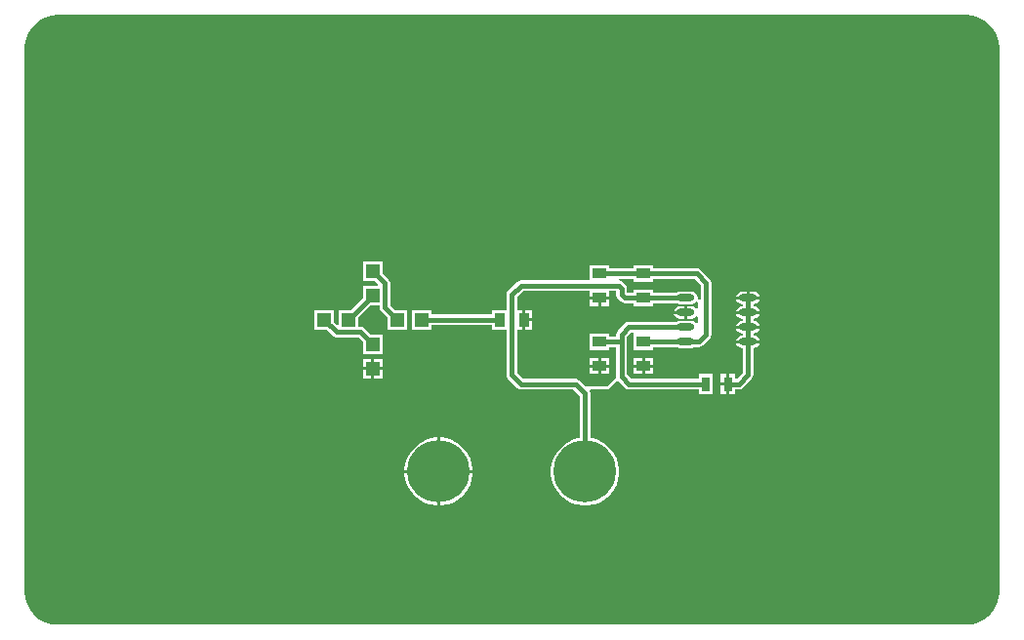
<source format=gbr>
G04*
G04 #@! TF.GenerationSoftware,Altium Limited,Altium Designer,24.9.1 (31)*
G04*
G04 Layer_Physical_Order=2*
G04 Layer_Color=16711680*
%FSLAX25Y25*%
%MOIN*%
G70*
G04*
G04 #@! TF.SameCoordinates,A25FCC72-9D46-4550-BA20-9C7FB643A395*
G04*
G04*
G04 #@! TF.FilePolarity,Positive*
G04*
G01*
G75*
%ADD10C,0.21260*%
%ADD11R,0.04724X0.04724*%
%ADD12R,0.04724X0.03543*%
%ADD13R,0.02756X0.05118*%
%ADD14R,0.04724X0.04724*%
%ADD15R,0.03543X0.04724*%
%ADD16O,0.06102X0.02362*%
%ADD17C,0.01575*%
G36*
X323343Y210461D02*
X324105D01*
X325615Y210262D01*
X327086Y209868D01*
X328493Y209285D01*
X329812Y208524D01*
X331020Y207597D01*
X332097Y206520D01*
X333024Y205311D01*
X333785Y203993D01*
X334368Y202586D01*
X334762Y201115D01*
X334961Y199605D01*
Y198843D01*
X334961Y13657D01*
X334961Y13657D01*
Y12896D01*
X334762Y11386D01*
X334368Y9915D01*
X333785Y8508D01*
X333024Y7189D01*
X332097Y5980D01*
X331020Y4904D01*
X329812Y3977D01*
X328493Y3215D01*
X327086Y2632D01*
X325615Y2238D01*
X324105Y2039D01*
X323343D01*
X13657Y2039D01*
X13657Y2039D01*
X12896D01*
X11386Y2238D01*
X9915Y2632D01*
X8508Y3215D01*
X7189Y3977D01*
X5980Y4904D01*
X4904Y5980D01*
X3977Y7189D01*
X3215Y8508D01*
X2632Y9915D01*
X2238Y11386D01*
X2039Y12896D01*
Y13657D01*
X2039Y198843D01*
X2039Y198843D01*
Y199605D01*
X2238Y201115D01*
X2632Y202586D01*
X3215Y203993D01*
X3977Y205311D01*
X4904Y206520D01*
X5980Y207597D01*
X7189Y208524D01*
X8508Y209285D01*
X9915Y209868D01*
X11386Y210262D01*
X12896Y210461D01*
X13657D01*
X323343Y210461D01*
X323343Y210461D01*
D02*
G37*
%LPC*%
G36*
X201862Y124790D02*
X195138D01*
Y119706D01*
X171634D01*
X171634Y119706D01*
X170937Y119568D01*
X170345Y119173D01*
X170345Y119173D01*
X167211Y116039D01*
X166816Y115447D01*
X166678Y114750D01*
X166678Y114750D01*
Y109612D01*
X161595D01*
Y108072D01*
X140996D01*
Y109612D01*
X134272D01*
Y102888D01*
X140996D01*
Y104428D01*
X161595D01*
Y102888D01*
X166678D01*
Y87492D01*
X166678Y87492D01*
X166816Y86795D01*
X167211Y86203D01*
X170452Y82963D01*
X170452Y82963D01*
X171043Y82568D01*
X171740Y82429D01*
X189493D01*
X191678Y80245D01*
Y65856D01*
X190777Y65714D01*
X189036Y65148D01*
X187405Y64317D01*
X185924Y63241D01*
X184629Y61946D01*
X183553Y60466D01*
X182722Y58834D01*
X182156Y57093D01*
X181870Y55285D01*
Y53455D01*
X182156Y51647D01*
X182722Y49906D01*
X183553Y48275D01*
X184629Y46794D01*
X185924Y45499D01*
X187405Y44423D01*
X189036Y43592D01*
X190777Y43027D01*
X192585Y42740D01*
X194415D01*
X196223Y43027D01*
X197964Y43592D01*
X199595Y44423D01*
X201076Y45499D01*
X202371Y46794D01*
X203447Y48275D01*
X204278Y49906D01*
X204844Y51647D01*
X205130Y53455D01*
Y55285D01*
X204844Y57093D01*
X204278Y58834D01*
X203447Y60466D01*
X202371Y61946D01*
X201076Y63241D01*
X199595Y64317D01*
X197964Y65148D01*
X196223Y65714D01*
X195322Y65856D01*
Y81000D01*
X195322Y81000D01*
X195184Y81697D01*
X195019Y81943D01*
X195287Y82443D01*
X201099D01*
X201282Y82480D01*
X201466Y82512D01*
X201477Y82518D01*
X201489Y82521D01*
X201645Y82625D01*
X201803Y82724D01*
X204679Y85465D01*
X204711Y85461D01*
X207211Y82961D01*
X207211Y82961D01*
X207803Y82566D01*
X208500Y82428D01*
X208500Y82428D01*
X232382D01*
Y80691D01*
X237138D01*
Y87809D01*
X232382D01*
Y86072D01*
X209255D01*
X207822Y87505D01*
Y98750D01*
Y100495D01*
X209255Y101928D01*
X209911D01*
X210138Y101522D01*
Y95978D01*
X216862D01*
Y96928D01*
X224802D01*
X225149Y96696D01*
X226000Y96526D01*
X229740D01*
X230591Y96696D01*
X230939Y96928D01*
X232500D01*
X232500Y96928D01*
X233197Y97066D01*
X233789Y97461D01*
X236049Y99721D01*
X236049Y99721D01*
X236444Y100312D01*
X236582Y101010D01*
X236582Y101010D01*
Y118990D01*
X236444Y119688D01*
X236049Y120279D01*
X236049Y120279D01*
X233021Y123307D01*
X232430Y123702D01*
X231732Y123840D01*
X231732Y123840D01*
X216862D01*
Y124790D01*
X210138D01*
Y123840D01*
X201862D01*
Y124790D01*
D02*
G37*
G36*
X251000Y115974D02*
X249630D01*
Y114250D01*
X253124D01*
X253055Y114601D01*
X252573Y115323D01*
X251851Y115805D01*
X251000Y115974D01*
D02*
G37*
G36*
X248630D02*
X247260D01*
X246409Y115805D01*
X245687Y115323D01*
X245205Y114601D01*
X245136Y114250D01*
X248630D01*
Y115974D01*
D02*
G37*
G36*
X253124Y113250D02*
X249130D01*
X245136D01*
X245205Y112899D01*
X245687Y112178D01*
X246409Y111696D01*
X247260Y111526D01*
X247308D01*
Y110974D01*
X247260D01*
X246409Y110805D01*
X245687Y110323D01*
X245205Y109601D01*
X245136Y109250D01*
X249130D01*
X253124D01*
X253055Y109601D01*
X252573Y110323D01*
X251851Y110805D01*
X251000Y110974D01*
X250952D01*
Y111526D01*
X251000D01*
X251851Y111696D01*
X252573Y112178D01*
X253055Y112899D01*
X253124Y113250D01*
D02*
G37*
G36*
Y108250D02*
X249130D01*
X245136D01*
X245205Y107899D01*
X245687Y107178D01*
X246409Y106696D01*
X247260Y106526D01*
X247308D01*
Y105974D01*
X247260D01*
X246409Y105805D01*
X245687Y105323D01*
X245205Y104601D01*
X245136Y104250D01*
X249130D01*
X253124D01*
X253055Y104601D01*
X252573Y105323D01*
X251851Y105805D01*
X251000Y105974D01*
X250952D01*
Y106526D01*
X251000D01*
X251851Y106696D01*
X252573Y107178D01*
X253055Y107899D01*
X253124Y108250D01*
D02*
G37*
G36*
X124362Y126246D02*
X117638D01*
Y119522D01*
X121785D01*
X122866Y118440D01*
X122675Y117978D01*
X117638D01*
Y113831D01*
X113419Y109612D01*
X109272D01*
Y104575D01*
X108810Y104384D01*
X107728Y105465D01*
Y109612D01*
X101004D01*
Y102888D01*
X105151D01*
X107261Y100778D01*
X107261Y100778D01*
X107852Y100383D01*
X108549Y100245D01*
X116062D01*
X117638Y98669D01*
Y94522D01*
X124362D01*
Y101246D01*
X120215D01*
X118106Y103356D01*
X117514Y103751D01*
X116817Y103890D01*
X116817Y103890D01*
X115996D01*
Y107035D01*
X120215Y111254D01*
X123361D01*
Y110433D01*
X123361Y110433D01*
X123500Y109736D01*
X123895Y109144D01*
X126004Y107035D01*
Y102888D01*
X132728D01*
Y109612D01*
X128581D01*
X127006Y111188D01*
Y118701D01*
X126867Y119398D01*
X126472Y119990D01*
X126472Y119990D01*
X124362Y122099D01*
Y126246D01*
D02*
G37*
G36*
X253124Y103250D02*
X249130D01*
X245136D01*
X245205Y102899D01*
X245687Y102178D01*
X246409Y101696D01*
X247260Y101526D01*
X247308D01*
Y100974D01*
X247260D01*
X246409Y100805D01*
X245687Y100323D01*
X245205Y99601D01*
X245136Y99250D01*
X249130D01*
X253124D01*
X253055Y99601D01*
X252573Y100323D01*
X251851Y100805D01*
X251000Y100974D01*
X250952D01*
Y101526D01*
X251000D01*
X251851Y101696D01*
X252573Y102178D01*
X253055Y102899D01*
X253124Y103250D01*
D02*
G37*
G36*
X216862Y93254D02*
X214000D01*
Y90982D01*
X216862D01*
Y93254D01*
D02*
G37*
G36*
X213000D02*
X210138D01*
Y90982D01*
X213000D01*
Y93254D01*
D02*
G37*
G36*
X124362Y92978D02*
X121500D01*
Y90116D01*
X124362D01*
Y92978D01*
D02*
G37*
G36*
X120500D02*
X117638D01*
Y90116D01*
X120500D01*
Y92978D01*
D02*
G37*
G36*
X216862Y89982D02*
X214000D01*
Y87711D01*
X216862D01*
Y89982D01*
D02*
G37*
G36*
X213000D02*
X210138D01*
Y87711D01*
X213000D01*
Y89982D01*
D02*
G37*
G36*
X124362Y89116D02*
X121500D01*
Y86254D01*
X124362D01*
Y89116D01*
D02*
G37*
G36*
X120500D02*
X117638D01*
Y86254D01*
X120500D01*
Y89116D01*
D02*
G37*
G36*
X253124Y98250D02*
X249130D01*
X245136D01*
X245205Y97899D01*
X245687Y97178D01*
X246409Y96696D01*
X247260Y96526D01*
X247308D01*
Y88135D01*
X245245Y86072D01*
X244618D01*
Y87809D01*
X242740D01*
Y84250D01*
Y80691D01*
X244618D01*
Y82428D01*
X246000D01*
X246000Y82428D01*
X246697Y82566D01*
X247289Y82961D01*
X250419Y86091D01*
X250419Y86091D01*
X250814Y86683D01*
X250952Y87380D01*
X250952Y87380D01*
Y96526D01*
X251000D01*
X251851Y96696D01*
X252573Y97178D01*
X253055Y97899D01*
X253124Y98250D01*
D02*
G37*
G36*
X241740Y87809D02*
X239862D01*
Y84750D01*
X241740D01*
Y87809D01*
D02*
G37*
G36*
Y83750D02*
X239862D01*
Y80691D01*
X241740D01*
Y83750D01*
D02*
G37*
G36*
X144415Y66000D02*
X144000D01*
Y54870D01*
X155130D01*
Y55285D01*
X154844Y57093D01*
X154278Y58834D01*
X153447Y60466D01*
X152371Y61946D01*
X151076Y63241D01*
X149595Y64317D01*
X147964Y65148D01*
X146223Y65714D01*
X144415Y66000D01*
D02*
G37*
G36*
X143000D02*
X142585D01*
X140777Y65714D01*
X139036Y65148D01*
X137405Y64317D01*
X135924Y63241D01*
X134629Y61946D01*
X133553Y60466D01*
X132722Y58834D01*
X132156Y57093D01*
X131870Y55285D01*
Y54870D01*
X143000D01*
Y66000D01*
D02*
G37*
G36*
X155130Y53870D02*
X144000D01*
Y42740D01*
X144415D01*
X146223Y43027D01*
X147964Y43592D01*
X149595Y44423D01*
X151076Y45499D01*
X152371Y46794D01*
X153447Y48275D01*
X154278Y49906D01*
X154844Y51647D01*
X155130Y53455D01*
Y53870D01*
D02*
G37*
G36*
X143000D02*
X131870D01*
Y53455D01*
X132156Y51647D01*
X132722Y49906D01*
X133553Y48275D01*
X134629Y46794D01*
X135924Y45499D01*
X137405Y44423D01*
X139036Y43592D01*
X140777Y43027D01*
X142585Y42740D01*
X143000D01*
Y53870D01*
D02*
G37*
%LPD*%
G36*
X232938Y118235D02*
Y113475D01*
X232930Y113463D01*
X232690Y113291D01*
X232437Y113217D01*
X232390Y113248D01*
X232352Y113256D01*
X232326Y113266D01*
X232296Y113282D01*
X232244Y113298D01*
X231901Y113431D01*
X231964Y113750D01*
X231795Y114601D01*
X231313Y115323D01*
X230591Y115805D01*
X229740Y115974D01*
X226000D01*
X225149Y115805D01*
X224802Y115573D01*
X216862D01*
Y116522D01*
X210138D01*
Y115573D01*
X207822D01*
Y116962D01*
X207684Y117659D01*
X207289Y118250D01*
X206366Y119173D01*
X205775Y119568D01*
X205133Y119695D01*
X205182Y120195D01*
X210138D01*
Y119246D01*
X216862D01*
Y120195D01*
X230978D01*
X232938Y118235D01*
D02*
G37*
G36*
X204178Y114673D02*
X204178Y114673D01*
X204316Y113975D01*
X204711Y113384D01*
X205634Y112461D01*
X205634Y112461D01*
X206225Y112066D01*
X206923Y111928D01*
X210138D01*
Y110978D01*
X216862D01*
Y111928D01*
X224802D01*
X225149Y111696D01*
X226000Y111526D01*
X229740D01*
X230591Y111696D01*
X231313Y112178D01*
X231500Y112458D01*
X232000Y112306D01*
X232000Y110194D01*
X231500Y110042D01*
X231313Y110323D01*
X230591Y110805D01*
X229740Y110974D01*
X228370D01*
Y108750D01*
Y106526D01*
X229740D01*
X230591Y106696D01*
X231313Y107178D01*
X231500Y107458D01*
X232000Y107306D01*
X232000Y105194D01*
X231506Y105044D01*
X231498Y105045D01*
X231313Y105323D01*
X230591Y105805D01*
X229740Y105974D01*
X226000D01*
X225149Y105805D01*
X224802Y105572D01*
X208500D01*
X207803Y105434D01*
X207211Y105039D01*
X207211Y105039D01*
X204711Y102539D01*
X204316Y101947D01*
X204178Y101250D01*
X204178Y101250D01*
Y100573D01*
X201862D01*
Y101522D01*
X195138D01*
Y95978D01*
X201862D01*
Y96928D01*
X204178D01*
Y86750D01*
X204178Y86750D01*
X204237Y86452D01*
X201099Y83463D01*
X193615D01*
X191537Y85541D01*
X190945Y85936D01*
X190248Y86074D01*
X190248Y86074D01*
X172495D01*
X170323Y88247D01*
Y102888D01*
X172134D01*
Y106250D01*
Y109612D01*
X170323D01*
Y113995D01*
X172389Y116062D01*
X195138D01*
Y114250D01*
X198500D01*
X201862D01*
Y116062D01*
X204178D01*
Y114673D01*
D02*
G37*
%LPC*%
G36*
X201862Y113250D02*
X199000D01*
Y110978D01*
X201862D01*
Y113250D01*
D02*
G37*
G36*
X198000D02*
X195138D01*
Y110978D01*
X198000D01*
Y113250D01*
D02*
G37*
G36*
X227370Y110974D02*
X226000D01*
X225149Y110805D01*
X224428Y110323D01*
X223946Y109601D01*
X223876Y109250D01*
X227370D01*
Y110974D01*
D02*
G37*
G36*
X175406Y109612D02*
X173134D01*
Y106750D01*
X175406D01*
Y109612D01*
D02*
G37*
G36*
X227370Y108250D02*
X223876D01*
X223946Y107899D01*
X224428Y107178D01*
X225149Y106696D01*
X226000Y106526D01*
X227370D01*
Y108250D01*
D02*
G37*
G36*
X175406Y105750D02*
X173134D01*
Y102888D01*
X175406D01*
Y105750D01*
D02*
G37*
G36*
X201862Y93254D02*
X199000D01*
Y90982D01*
X201862D01*
Y93254D01*
D02*
G37*
G36*
X198000D02*
X195138D01*
Y90982D01*
X198000D01*
Y93254D01*
D02*
G37*
G36*
X201862Y89982D02*
X199000D01*
Y87711D01*
X201862D01*
Y89982D01*
D02*
G37*
G36*
X198000D02*
X195138D01*
Y87711D01*
X198000D01*
Y89982D01*
D02*
G37*
%LPD*%
D10*
X193500Y54370D02*
D03*
X143500D02*
D03*
D11*
X112634Y106250D02*
D03*
X104366D02*
D03*
X137634D02*
D03*
X129366D02*
D03*
D12*
X198500Y113750D02*
D03*
Y122018D02*
D03*
X213500Y122018D02*
D03*
Y113750D02*
D03*
X198500Y90482D02*
D03*
Y98750D02*
D03*
X213500Y90482D02*
D03*
Y98750D02*
D03*
D13*
X234760Y84250D02*
D03*
X242240D02*
D03*
D14*
X121000Y122884D02*
D03*
Y114616D02*
D03*
Y97884D02*
D03*
Y89616D02*
D03*
D15*
X172634Y106250D02*
D03*
X164366D02*
D03*
D16*
X249130Y113750D02*
D03*
Y108750D02*
D03*
Y103750D02*
D03*
Y98750D02*
D03*
X227870Y113750D02*
D03*
Y108750D02*
D03*
Y103750D02*
D03*
Y98750D02*
D03*
D17*
X205078Y117884D02*
X205078Y117884D01*
X171634Y117884D02*
X205078D01*
X205078Y117884D02*
X206000Y116962D01*
X206000Y114673D02*
X206923Y113750D01*
X227870D01*
X168500Y114750D02*
X171634Y117884D01*
X206000Y114673D02*
Y116962D01*
X193500Y54370D02*
Y81000D01*
X171740Y84252D02*
X190248D01*
X193500Y81000D01*
X168500Y87492D02*
Y114750D01*
Y87492D02*
X171740Y84252D01*
X198634Y122018D02*
X213500D01*
X231732D01*
X242240Y84250D02*
X246000D01*
X232500Y98750D02*
X234760Y101010D01*
X249130Y87380D02*
Y98750D01*
X137634Y106250D02*
X164366D01*
X206000Y86750D02*
Y98750D01*
X208500Y84250D02*
X234760D01*
X231732Y122018D02*
X234760Y118990D01*
X246000Y84250D02*
X249130Y87380D01*
X206000Y86750D02*
X208500Y84250D01*
X213500Y98750D02*
X232500D01*
X249130Y108750D02*
Y113750D01*
X121000Y122884D02*
X125183Y118701D01*
X116817Y102067D02*
X121000Y97884D01*
X249130Y103750D02*
Y108750D01*
X206000Y101250D02*
X208500Y103750D01*
X125183Y110433D02*
X129366Y106250D01*
X198500Y98750D02*
X206000D01*
X108549Y102067D02*
X116817D01*
X249130Y98750D02*
Y103750D01*
X234760Y101010D02*
Y118990D01*
X112634Y106250D02*
X121000Y114616D01*
X206000Y98750D02*
Y101250D01*
X104366Y106250D02*
X108549Y102067D01*
X125183Y110433D02*
Y118701D01*
X208500Y103750D02*
X227870D01*
M02*

</source>
